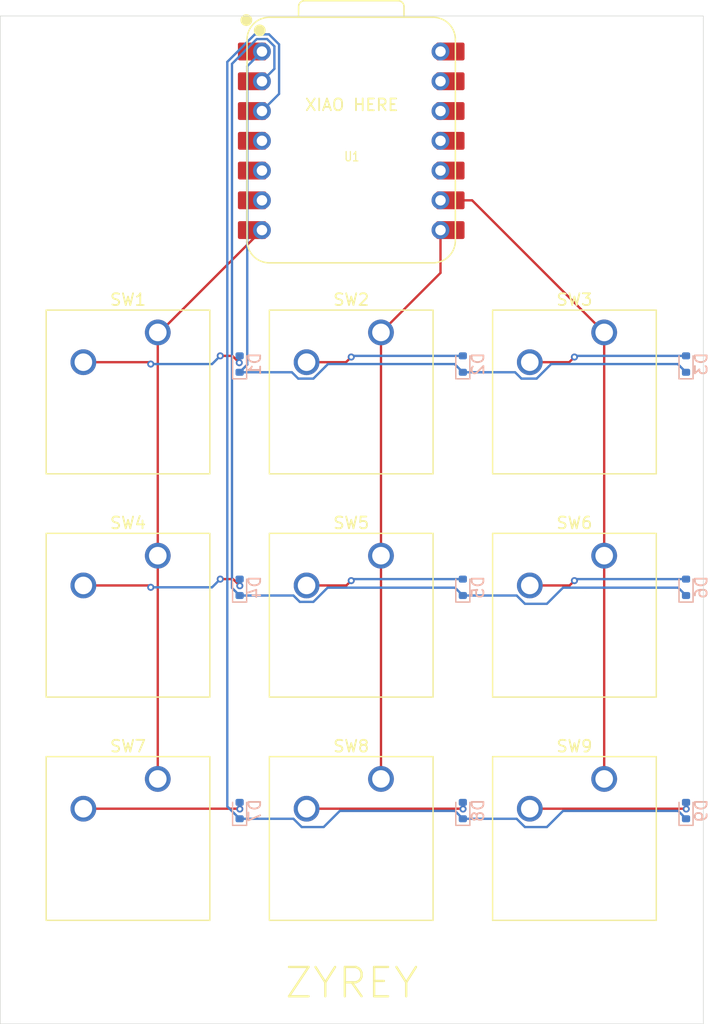
<source format=kicad_pcb>
(kicad_pcb (version 20241229) (generator "pcbnew") (generator_version "9.0")
  (layers (0 "F.Cu" signal) (2 "B.Cu" signal) (13 "F.Paste" user) (15 "B.Paste" user) (5 "F.SilkS" user "F.Silkscreen") (7 "B.SilkS" user "B.Silkscreen") (1 "F.Mask" user) (3 "B.Mask" user) (25 "Edge.Cuts" user))
  (net 0 "")
  (net 1 "Row0")
  (net 2 "Net-(D1-A)")
  (net 3 "Net-(D2-A)")
  (net 4 "Net-(D3-A)")
  (net 5 "Row1")
  (net 6 "Net-(D4-A)")
  (net 7 "Net-(D5-A)")
  (net 8 "Net-(D6-A)")
  (net 9 "Row2")
  (net 10 "Net-(D7-A)")
  (net 11 "Net-(D8-A)")
  (net 12 "Net-(D9-A)")
  (net 13 "Column0")
  (net 14 "Column1")
  (net 15 "Column2")
  (net 17 "+5V")
  (net 18 "GND")
  (footprint "Button_Switch_Keyboard:SW_Cherry_MX_1.00u_PCB" (layer "F.Cu") (at 173.99 92.55125)
    (property "Reference" "SW5" (at -2.54 -2.794 0) (layer "F.SilkS"))
    (property "Value" "SW_Push")
    (fp_line (start -9.525 -1.905) (end 4.445 -1.905) (stroke (width 0.12)) (layer "F.SilkS"))
    (fp_line (start -9.525 12.065) (end -9.525 -1.905) (stroke (width 0.12)) (layer "F.SilkS"))
    (fp_line (start 4.445 -1.905) (end 4.445 12.065) (stroke (width 0.12)) (layer "F.SilkS"))
    (fp_line (start 4.445 12.065) (end -9.525 12.065) (stroke (width 0.12)) (layer "F.SilkS"))
    (pad "" np_thru_hole circle (at -7.62 5.08) (size 1.7 1.7) (drill 1.7) (layers "*.Cu" "*.Mask"))
    (pad "" np_thru_hole circle (at -2.54 5.08) (size 4 4) (drill 4) (layers "*.Cu" "*.Mask"))
    (pad "" np_thru_hole circle (at 2.54 5.08) (size 1.7 1.7) (drill 1.7) (layers "*.Cu" "*.Mask"))
    (pad "1" thru_hole circle (at 0 0) (size 2.2 2.2) (drill 1.5) (layers "*.Cu" "*.Mask") (net 14 "Column1"))
    (pad "2" thru_hole circle (at -6.35 2.54) (size 2.2 2.2) (drill 1.5) (layers "*.Cu" "*.Mask") (net 7 "Net-(D5-A)"))
  )
  (footprint "Button_Switch_Keyboard:SW_Cherry_MX_1.00u_PCB" (layer "F.Cu") (at 193.04 111.60125)
    (property "Reference" "SW9" (at -2.54 -2.794 0) (layer "F.SilkS"))
    (property "Value" "SW_Push")
    (fp_line (start -9.525 -1.905) (end 4.445 -1.905) (stroke (width 0.12)) (layer "F.SilkS"))
    (fp_line (start -9.525 12.065) (end -9.525 -1.905) (stroke (width 0.12)) (layer "F.SilkS"))
    (fp_line (start 4.445 -1.905) (end 4.445 12.065) (stroke (width 0.12)) (layer "F.SilkS"))
    (fp_line (start 4.445 12.065) (end -9.525 12.065) (stroke (width 0.12)) (layer "F.SilkS"))
    (pad "" np_thru_hole circle (at -7.62 5.08) (size 1.7 1.7) (drill 1.7) (layers "*.Cu" "*.Mask"))
    (pad "" np_thru_hole circle (at -2.54 5.08) (size 4 4) (drill 4) (layers "*.Cu" "*.Mask"))
    (pad "" np_thru_hole circle (at 2.54 5.08) (size 1.7 1.7) (drill 1.7) (layers "*.Cu" "*.Mask"))
    (pad "1" thru_hole circle (at 0 0) (size 2.2 2.2) (drill 1.5) (layers "*.Cu" "*.Mask") (net 15 "Column2"))
    (pad "2" thru_hole circle (at -6.35 2.54) (size 2.2 2.2) (drill 1.5) (layers "*.Cu" "*.Mask") (net 12 "Net-(D9-A)"))
  )
  (footprint "Button_Switch_Keyboard:SW_Cherry_MX_1.00u_PCB" (layer "F.Cu") (at 154.94 111.60125)
    (property "Reference" "SW7" (at -2.54 -2.794 0) (layer "F.SilkS"))
    (property "Value" "SW_Push")
    (fp_line (start -9.525 -1.905) (end 4.445 -1.905) (stroke (width 0.12)) (layer "F.SilkS"))
    (fp_line (start -9.525 12.065) (end -9.525 -1.905) (stroke (width 0.12)) (layer "F.SilkS"))
    (fp_line (start 4.445 -1.905) (end 4.445 12.065) (stroke (width 0.12)) (layer "F.SilkS"))
    (fp_line (start 4.445 12.065) (end -9.525 12.065) (stroke (width 0.12)) (layer "F.SilkS"))
    (pad "" np_thru_hole circle (at -7.62 5.08) (size 1.7 1.7) (drill 1.7) (layers "*.Cu" "*.Mask"))
    (pad "" np_thru_hole circle (at -2.54 5.08) (size 4 4) (drill 4) (layers "*.Cu" "*.Mask"))
    (pad "" np_thru_hole circle (at 2.54 5.08) (size 1.7 1.7) (drill 1.7) (layers "*.Cu" "*.Mask"))
    (pad "1" thru_hole circle (at 0 0) (size 2.2 2.2) (drill 1.5) (layers "*.Cu" "*.Mask") (net 13 "Column0"))
    (pad "2" thru_hole circle (at -6.35 2.54) (size 2.2 2.2) (drill 1.5) (layers "*.Cu" "*.Mask") (net 10 "Net-(D7-A)"))
  )
  (footprint "Button_Switch_Keyboard:SW_Cherry_MX_1.00u_PCB" (layer "F.Cu") (at 173.99 111.60125)
    (property "Reference" "SW8" (at -2.54 -2.794 0) (layer "F.SilkS"))
    (property "Value" "SW_Push")
    (fp_line (start -9.525 -1.905) (end 4.445 -1.905) (stroke (width 0.12)) (layer "F.SilkS"))
    (fp_line (start -9.525 12.065) (end -9.525 -1.905) (stroke (width 0.12)) (layer "F.SilkS"))
    (fp_line (start 4.445 -1.905) (end 4.445 12.065) (stroke (width 0.12)) (layer "F.SilkS"))
    (fp_line (start 4.445 12.065) (end -9.525 12.065) (stroke (width 0.12)) (layer "F.SilkS"))
    (pad "" np_thru_hole circle (at -7.62 5.08) (size 1.7 1.7) (drill 1.7) (layers "*.Cu" "*.Mask"))
    (pad "" np_thru_hole circle (at -2.54 5.08) (size 4 4) (drill 4) (layers "*.Cu" "*.Mask"))
    (pad "" np_thru_hole circle (at 2.54 5.08) (size 1.7 1.7) (drill 1.7) (layers "*.Cu" "*.Mask"))
    (pad "1" thru_hole circle (at 0 0) (size 2.2 2.2) (drill 1.5) (layers "*.Cu" "*.Mask") (net 14 "Column1"))
    (pad "2" thru_hole circle (at -6.35 2.54) (size 2.2 2.2) (drill 1.5) (layers "*.Cu" "*.Mask") (net 11 "Net-(D8-A)"))
  )
  (footprint "Button_Switch_Keyboard:SW_Cherry_MX_1.00u_PCB" (layer "F.Cu") (at 173.99 73.50125)
    (property "Reference" "SW2" (at -2.54 -2.794 0) (layer "F.SilkS"))
    (property "Value" "SW_Push")
    (fp_line (start -9.525 -1.905) (end 4.445 -1.905) (stroke (width 0.12)) (layer "F.SilkS"))
    (fp_line (start -9.525 12.065) (end -9.525 -1.905) (stroke (width 0.12)) (layer "F.SilkS"))
    (fp_line (start 4.445 -1.905) (end 4.445 12.065) (stroke (width 0.12)) (layer "F.SilkS"))
    (fp_line (start 4.445 12.065) (end -9.525 12.065) (stroke (width 0.12)) (layer "F.SilkS"))
    (pad "" np_thru_hole circle (at -7.62 5.08) (size 1.7 1.7) (drill 1.7) (layers "*.Cu" "*.Mask"))
    (pad "" np_thru_hole circle (at -2.54 5.08) (size 4 4) (drill 4) (layers "*.Cu" "*.Mask"))
    (pad "" np_thru_hole circle (at 2.54 5.08) (size 1.7 1.7) (drill 1.7) (layers "*.Cu" "*.Mask"))
    (pad "1" thru_hole circle (at 0 0) (size 2.2 2.2) (drill 1.5) (layers "*.Cu" "*.Mask") (net 14 "Column1"))
    (pad "2" thru_hole circle (at -6.35 2.54) (size 2.2 2.2) (drill 1.5) (layers "*.Cu" "*.Mask") (net 3 "Net-(D2-A)"))
  )
  (footprint "Button_Switch_Keyboard:SW_Cherry_MX_1.00u_PCB" (layer "F.Cu") (at 154.94 73.50125)
    (property "Reference" "SW1" (at -2.54 -2.794 0) (layer "F.SilkS"))
    (property "Value" "SW_Push")
    (fp_line (start -9.525 -1.905) (end 4.445 -1.905) (stroke (width 0.12)) (layer "F.SilkS"))
    (fp_line (start -9.525 12.065) (end -9.525 -1.905) (stroke (width 0.12)) (layer "F.SilkS"))
    (fp_line (start 4.445 -1.905) (end 4.445 12.065) (stroke (width 0.12)) (layer "F.SilkS"))
    (fp_line (start 4.445 12.065) (end -9.525 12.065) (stroke (width 0.12)) (layer "F.SilkS"))
    (pad "" np_thru_hole circle (at -7.62 5.08) (size 1.7 1.7) (drill 1.7) (layers "*.Cu" "*.Mask"))
    (pad "" np_thru_hole circle (at -2.54 5.08) (size 4 4) (drill 4) (layers "*.Cu" "*.Mask"))
    (pad "" np_thru_hole circle (at 2.54 5.08) (size 1.7 1.7) (drill 1.7) (layers "*.Cu" "*.Mask"))
    (pad "1" thru_hole circle (at 0 0) (size 2.2 2.2) (drill 1.5) (layers "*.Cu" "*.Mask") (net 13 "Column0"))
    (pad "2" thru_hole circle (at -6.35 2.54) (size 2.2 2.2) (drill 1.5) (layers "*.Cu" "*.Mask") (net 2 "Net-(D1-A)"))
  )
  (footprint "Button_Switch_Keyboard:SW_Cherry_MX_1.00u_PCB" (layer "F.Cu") (at 193.04 73.50125)
    (property "Reference" "SW3" (at -2.54 -2.794 0) (layer "F.SilkS"))
    (property "Value" "SW_Push")
    (fp_line (start -9.525 -1.905) (end 4.445 -1.905) (stroke (width 0.12)) (layer "F.SilkS"))
    (fp_line (start -9.525 12.065) (end -9.525 -1.905) (stroke (width 0.12)) (layer "F.SilkS"))
    (fp_line (start 4.445 -1.905) (end 4.445 12.065) (stroke (width 0.12)) (layer "F.SilkS"))
    (fp_line (start 4.445 12.065) (end -9.525 12.065) (stroke (width 0.12)) (layer "F.SilkS"))
    (pad "" np_thru_hole circle (at -7.62 5.08) (size 1.7 1.7) (drill 1.7) (layers "*.Cu" "*.Mask"))
    (pad "" np_thru_hole circle (at -2.54 5.08) (size 4 4) (drill 4) (layers "*.Cu" "*.Mask"))
    (pad "" np_thru_hole circle (at 2.54 5.08) (size 1.7 1.7) (drill 1.7) (layers "*.Cu" "*.Mask"))
    (pad "1" thru_hole circle (at 0 0) (size 2.2 2.2) (drill 1.5) (layers "*.Cu" "*.Mask") (net 15 "Column2"))
    (pad "2" thru_hole circle (at -6.35 2.54) (size 2.2 2.2) (drill 1.5) (layers "*.Cu" "*.Mask") (net 4 "Net-(D3-A)"))
  )
  (footprint "OPL:XIAO-RP2040-DIP" (layer "F.Cu") (at 171.45 57.15)
    (property "Reference" "U1" (at 0.05 1.35 0) (layer "F.SilkS") (effects (font (size 0.8 0.635) (thickness 0.1016))))
    (property "Value" "XIAO-RP2040-DIP")
    (fp_line (start -8.89 8.509) (end -8.89 -8.636) (stroke (width 0.127)) (layer "F.SilkS"))
    (fp_line (start -6.985 10.414) (end 6.985 10.414) (stroke (width 0.127)) (layer "F.SilkS"))
    (fp_line (start -4.495 -10.541) (end -4.491272 -11.451272) (stroke (width 0.127)) (layer "F.SilkS"))
    (fp_line (start -3.991272 -11.951) (end 4.004 -11.951) (stroke (width 0.127)) (layer "F.SilkS"))
    (fp_line (start 4.504 -11.451) (end 4.504 -10.541) (stroke (width 0.127)) (layer "F.SilkS"))
    (fp_line (start 6.985 -10.541) (end -6.985 -10.541) (stroke (width 0.1)) (layer "F.SilkS"))
    (fp_line (start 6.985 -10.541) (end -6.985 -10.541) (stroke (width 0.127)) (layer "F.SilkS"))
    (fp_line (start 8.89 8.509) (end 8.89 -8.636) (stroke (width 0.127)) (layer "F.SilkS"))
    (fp_arc (start -8.89 -8.636) (mid -8.332038 -9.983038) (end -6.985 -10.541) (stroke (width 0.127)) (layer "F.SilkS"))
    (fp_arc (start -6.985 10.414) (mid -8.332038 9.856038) (end -8.89 8.509) (stroke (width 0.127)) (layer "F.SilkS"))
    (fp_arc (start -4.491272 -11.451272) (mid -4.344728 -11.80464) (end -3.991272 -11.951) (stroke (width 0.127)) (layer "F.SilkS"))
    (fp_arc (start 4.004 -11.951) (mid 4.357553 -11.804553) (end 4.504 -11.451) (stroke (width 0.127)) (layer "F.SilkS"))
    (fp_arc (start 6.985 -10.541) (mid 8.332038 -9.983038) (end 8.89 -8.636) (stroke (width 0.127)) (layer "F.SilkS"))
    (fp_arc (start 8.89 8.509) (mid 8.332038 9.856038) (end 6.985 10.414) (stroke (width 0.127)) (layer "F.SilkS"))
    (fp_circle (center -8.95 -10.3) (end -8.95 -10.554) (stroke (width 0.5)) (fill yes) (layer "F.SilkS"))
    (fp_circle (center -7.807 -9.42) (end -7.807 -9.674) (stroke (width 0.5)) (fill yes) (layer "F.SilkS"))
    (pad "1" smd roundrect (at -8.455 -7.62 180) (size 2.432 1.524) (layers "F.Cu" "F.Mask") (roundrect_rratio 0.1) (net 1 "Row0"))
    (pad "1" thru_hole circle (at -7.62 -7.62 180) (size 1.524 1.524) (drill 0.889) (layers "*.Cu" "*.Mask") (net 1 "Row0"))
    (pad "2" smd roundrect (at -8.455 -5.08 180) (size 2.432 1.524) (layers "F.Cu" "F.Mask") (roundrect_rratio 0.1) (net 5 "Row1"))
    (pad "2" thru_hole circle (at -7.62 -5.08 180) (size 1.524 1.524) (drill 0.889) (layers "*.Cu" "*.Mask") (net 5 "Row1"))
    (pad "3" smd roundrect (at -8.455 -2.54 180) (size 2.432 1.524) (layers "F.Cu" "F.Mask") (roundrect_rratio 0.1) (net 9 "Row2"))
    (pad "3" thru_hole circle (at -7.62 -2.54 180) (size 1.524 1.524) (drill 0.889) (layers "*.Cu" "*.Mask") (net 9 "Row2"))
    (pad "4" smd roundrect (at -8.455 0 180) (size 2.432 1.524) (layers "F.Cu" "F.Mask") (roundrect_rratio 0.1))
    (pad "4" thru_hole circle (at -7.62 0 180) (size 1.524 1.524) (drill 0.889) (layers "*.Cu" "*.Mask"))
    (pad "5" smd roundrect (at -8.455 2.54 180) (size 2.432 1.524) (layers "F.Cu" "F.Mask") (roundrect_rratio 0.1))
    (pad "5" thru_hole circle (at -7.62 2.54 180) (size 1.524 1.524) (drill 0.889) (layers "*.Cu" "*.Mask"))
    (pad "6" smd roundrect (at -8.455 5.08 180) (size 2.432 1.524) (layers "F.Cu" "F.Mask") (roundrect_rratio 0.1))
    (pad "6" thru_hole circle (at -7.62 5.08 180) (size 1.524 1.524) (drill 0.889) (layers "*.Cu" "*.Mask"))
    (pad "7" smd roundrect (at -8.455 7.62 180) (size 2.432 1.524) (layers "F.Cu" "F.Mask") (roundrect_rratio 0.1) (net 13 "Column0"))
    (pad "7" thru_hole circle (at -7.62 7.62 180) (size 1.524 1.524) (drill 0.889) (layers "*.Cu" "*.Mask") (net 13 "Column0"))
    (pad "8" thru_hole circle (at 7.62 7.62) (size 1.524 1.524) (drill 0.889) (layers "*.Cu" "*.Mask") (net 14 "Column1"))
    (pad "8" smd roundrect (at 8.455 7.62) (size 2.432 1.524) (layers "F.Cu" "F.Mask") (roundrect_rratio 0.1) (net 14 "Column1"))
    (pad "9" thru_hole circle (at 7.62 5.08) (size 1.524 1.524) (drill 0.889) (layers "*.Cu" "*.Mask") (net 15 "Column2"))
    (pad "9" smd roundrect (at 8.455 5.08) (size 2.432 1.524) (layers "F.Cu" "F.Mask") (roundrect_rratio 0.1) (net 15 "Column2"))
    (pad "10" thru_hole circle (at 7.62 2.54) (size 1.524 1.524) (drill 0.889) (layers "*.Cu" "*.Mask"))
    (pad "10" smd roundrect (at 8.455 2.54) (size 2.432 1.524) (layers "F.Cu" "F.Mask") (roundrect_rratio 0.1))
    (pad "11" thru_hole circle (at 7.62 0) (size 1.524 1.524) (drill 0.889) (layers "*.Cu" "*.Mask"))
    (pad "11" smd roundrect (at 8.455 0) (size 2.432 1.524) (layers "F.Cu" "F.Mask") (roundrect_rratio 0.1))
    (pad "12" thru_hole circle (at 7.62 -2.54) (size 1.524 1.524) (drill 0.889) (layers "*.Cu" "*.Mask"))
    (pad "12" smd roundrect (at 8.455 -2.54) (size 2.432 1.524) (layers "F.Cu" "F.Mask") (roundrect_rratio 0.1))
    (pad "13" thru_hole circle (at 7.62 -5.08) (size 1.524 1.524) (drill 0.889) (layers "*.Cu" "*.Mask") (net 18 "GND"))
    (pad "13" smd roundrect (at 8.455 -5.08) (size 2.432 1.524) (layers "F.Cu" "F.Mask") (roundrect_rratio 0.1) (net 18 "GND"))
    (pad "14" thru_hole circle (at 7.62 -7.62) (size 1.524 1.524) (drill 0.889) (layers "*.Cu" "*.Mask") (net 17 "+5V"))
    (pad "14" smd roundrect (at 8.455 -7.62) (size 2.432 1.524) (layers "F.Cu" "F.Mask") (roundrect_rratio 0.1) (net 17 "+5V"))
  )
  (footprint "Button_Switch_Keyboard:SW_Cherry_MX_1.00u_PCB" (layer "F.Cu") (at 193.04 92.55125)
    (property "Reference" "SW6" (at -2.54 -2.794 0) (layer "F.SilkS"))
    (property "Value" "SW_Push")
    (fp_line (start -9.525 -1.905) (end 4.445 -1.905) (stroke (width 0.12)) (layer "F.SilkS"))
    (fp_line (start -9.525 12.065) (end -9.525 -1.905) (stroke (width 0.12)) (layer "F.SilkS"))
    (fp_line (start 4.445 -1.905) (end 4.445 12.065) (stroke (width 0.12)) (layer "F.SilkS"))
    (fp_line (start 4.445 12.065) (end -9.525 12.065) (stroke (width 0.12)) (layer "F.SilkS"))
    (pad "" np_thru_hole circle (at -7.62 5.08) (size 1.7 1.7) (drill 1.7) (layers "*.Cu" "*.Mask"))
    (pad "" np_thru_hole circle (at -2.54 5.08) (size 4 4) (drill 4) (layers "*.Cu" "*.Mask"))
    (pad "" np_thru_hole circle (at 2.54 5.08) (size 1.7 1.7) (drill 1.7) (layers "*.Cu" "*.Mask"))
    (pad "1" thru_hole circle (at 0 0) (size 2.2 2.2) (drill 1.5) (layers "*.Cu" "*.Mask") (net 15 "Column2"))
    (pad "2" thru_hole circle (at -6.35 2.54) (size 2.2 2.2) (drill 1.5) (layers "*.Cu" "*.Mask") (net 8 "Net-(D6-A)"))
  )
  (footprint "Button_Switch_Keyboard:SW_Cherry_MX_1.00u_PCB" (layer "F.Cu") (at 154.94 92.55125)
    (property "Reference" "SW4" (at -2.54 -2.794 0) (layer "F.SilkS"))
    (property "Value" "SW_Push")
    (fp_line (start -9.525 -1.905) (end 4.445 -1.905) (stroke (width 0.12)) (layer "F.SilkS"))
    (fp_line (start -9.525 12.065) (end -9.525 -1.905) (stroke (width 0.12)) (layer "F.SilkS"))
    (fp_line (start 4.445 -1.905) (end 4.445 12.065) (stroke (width 0.12)) (layer "F.SilkS"))
    (fp_line (start 4.445 12.065) (end -9.525 12.065) (stroke (width 0.12)) (layer "F.SilkS"))
    (pad "" np_thru_hole circle (at -7.62 5.08) (size 1.7 1.7) (drill 1.7) (layers "*.Cu" "*.Mask"))
    (pad "" np_thru_hole circle (at -2.54 5.08) (size 4 4) (drill 4) (layers "*.Cu" "*.Mask"))
    (pad "" np_thru_hole circle (at 2.54 5.08) (size 1.7 1.7) (drill 1.7) (layers "*.Cu" "*.Mask"))
    (pad "1" thru_hole circle (at 0 0) (size 2.2 2.2) (drill 1.5) (layers "*.Cu" "*.Mask") (net 13 "Column0"))
    (pad "2" thru_hole circle (at -6.35 2.54) (size 2.2 2.2) (drill 1.5) (layers "*.Cu" "*.Mask") (net 6 "Net-(D4-A)"))
  )
  (footprint "Diode_SMD:D_SOD-523" (layer "B.Cu") (at 200.025 95.25 90)
    (property "Reference" "D6" (at 0 1.3 90) (layer "B.SilkS") (effects (justify mirror)))
    (property "Value" "1N4148WT")
    (fp_line (start 0.7 -0.6) (end -1.26 -0.6) (stroke (width 0.12)) (layer "B.SilkS"))
    (fp_line (start 0.7 0.6) (end -1.26 0.6) (stroke (width 0.12)) (layer "B.SilkS"))
    (fp_line (start -1.26 0.6) (end -1.26 -0.6) (stroke (width 0.12)) (layer "B.SilkS"))
    (pad "1" smd roundrect (at -0.7 0 270) (size 0.6 0.7) (layers "B.Cu" "B.Mask" "B.Paste") (net 5 "Row1"))
    (pad "2" smd roundrect (at 0.7 0 270) (size 0.6 0.7) (layers "B.Cu" "B.Mask" "B.Paste") (net 8 "Net-(D6-A)"))
  )
  (footprint "Diode_SMD:D_SOD-523" (layer "B.Cu") (at 161.925 95.25 90)
    (property "Reference" "D4" (at 0 1.3 90) (layer "B.SilkS") (effects (justify mirror)))
    (property "Value" "1N4148WT")
    (fp_line (start 0.7 -0.6) (end -1.26 -0.6) (stroke (width 0.12)) (layer "B.SilkS"))
    (fp_line (start 0.7 0.6) (end -1.26 0.6) (stroke (width 0.12)) (layer "B.SilkS"))
    (fp_line (start -1.26 0.6) (end -1.26 -0.6) (stroke (width 0.12)) (layer "B.SilkS"))
    (pad "1" smd roundrect (at -0.7 0 270) (size 0.6 0.7) (layers "B.Cu" "B.Mask" "B.Paste") (net 5 "Row1"))
    (pad "2" smd roundrect (at 0.7 0 270) (size 0.6 0.7) (layers "B.Cu" "B.Mask" "B.Paste") (net 6 "Net-(D4-A)"))
  )
  (footprint "Diode_SMD:D_SOD-523" (layer "B.Cu") (at 161.925 76.2 90)
    (property "Reference" "D1" (at 0 1.3 90) (layer "B.SilkS") (effects (justify mirror)))
    (property "Value" "1N4148WT")
    (fp_line (start 0.7 -0.6) (end -1.26 -0.6) (stroke (width 0.12)) (layer "B.SilkS"))
    (fp_line (start 0.7 0.6) (end -1.26 0.6) (stroke (width 0.12)) (layer "B.SilkS"))
    (fp_line (start -1.26 0.6) (end -1.26 -0.6) (stroke (width 0.12)) (layer "B.SilkS"))
    (pad "1" smd roundrect (at -0.7 0 270) (size 0.6 0.7) (layers "B.Cu" "B.Mask" "B.Paste") (net 1 "Row0"))
    (pad "2" smd roundrect (at 0.7 0 270) (size 0.6 0.7) (layers "B.Cu" "B.Mask" "B.Paste") (net 2 "Net-(D1-A)"))
  )
  (footprint "Diode_SMD:D_SOD-523" (layer "B.Cu") (at 180.975 114.3 90)
    (property "Reference" "D8" (at 0 1.3 90) (layer "B.SilkS") (effects (justify mirror)))
    (property "Value" "1N4148WT")
    (fp_line (start 0.7 -0.6) (end -1.26 -0.6) (stroke (width 0.12)) (layer "B.SilkS"))
    (fp_line (start 0.7 0.6) (end -1.26 0.6) (stroke (width 0.12)) (layer "B.SilkS"))
    (fp_line (start -1.26 0.6) (end -1.26 -0.6) (stroke (width 0.12)) (layer "B.SilkS"))
    (pad "1" smd roundrect (at -0.7 0 270) (size 0.6 0.7) (layers "B.Cu" "B.Mask" "B.Paste") (net 9 "Row2"))
    (pad "2" smd roundrect (at 0.7 0 270) (size 0.6 0.7) (layers "B.Cu" "B.Mask" "B.Paste") (net 11 "Net-(D8-A)"))
  )
  (footprint "Diode_SMD:D_SOD-523" (layer "B.Cu") (at 161.925 114.3 90)
    (property "Reference" "D7" (at 0 1.3 90) (layer "B.SilkS") (effects (justify mirror)))
    (property "Value" "1N4148WT")
    (fp_line (start 0.7 -0.6) (end -1.26 -0.6) (stroke (width 0.12)) (layer "B.SilkS"))
    (fp_line (start 0.7 0.6) (end -1.26 0.6) (stroke (width 0.12)) (layer "B.SilkS"))
    (fp_line (start -1.26 0.6) (end -1.26 -0.6) (stroke (width 0.12)) (layer "B.SilkS"))
    (pad "1" smd roundrect (at -0.7 0 270) (size 0.6 0.7) (layers "B.Cu" "B.Mask" "B.Paste") (net 9 "Row2"))
    (pad "2" smd roundrect (at 0.7 0 270) (size 0.6 0.7) (layers "B.Cu" "B.Mask" "B.Paste") (net 10 "Net-(D7-A)"))
  )
  (footprint "Diode_SMD:D_SOD-523" (layer "B.Cu") (at 200.025 76.2 90)
    (property "Reference" "D3" (at 0 1.3 90) (layer "B.SilkS") (effects (justify mirror)))
    (property "Value" "1N4148WT")
    (fp_line (start 0.7 -0.6) (end -1.26 -0.6) (stroke (width 0.12)) (layer "B.SilkS"))
    (fp_line (start 0.7 0.6) (end -1.26 0.6) (stroke (width 0.12)) (layer "B.SilkS"))
    (fp_line (start -1.26 0.6) (end -1.26 -0.6) (stroke (width 0.12)) (layer "B.SilkS"))
    (pad "1" smd roundrect (at -0.7 0 270) (size 0.6 0.7) (layers "B.Cu" "B.Mask" "B.Paste") (net 1 "Row0"))
    (pad "2" smd roundrect (at 0.7 0 270) (size 0.6 0.7) (layers "B.Cu" "B.Mask" "B.Paste") (net 4 "Net-(D3-A)"))
  )
  (footprint "Diode_SMD:D_SOD-523" (layer "B.Cu") (at 180.975 76.2 90)
    (property "Reference" "D2" (at 0 1.3 90) (layer "B.SilkS") (effects (justify mirror)))
    (property "Value" "1N4148WT")
    (fp_line (start 0.7 -0.6) (end -1.26 -0.6) (stroke (width 0.12)) (layer "B.SilkS"))
    (fp_line (start 0.7 0.6) (end -1.26 0.6) (stroke (width 0.12)) (layer "B.SilkS"))
    (fp_line (start -1.26 0.6) (end -1.26 -0.6) (stroke (width 0.12)) (layer "B.SilkS"))
    (pad "1" smd roundrect (at -0.7 0 270) (size 0.6 0.7) (layers "B.Cu" "B.Mask" "B.Paste") (net 1 "Row0"))
    (pad "2" smd roundrect (at 0.7 0 270) (size 0.6 0.7) (layers "B.Cu" "B.Mask" "B.Paste") (net 3 "Net-(D2-A)"))
  )
  (footprint "Diode_SMD:D_SOD-523" (layer "B.Cu") (at 180.975 95.25 90)
    (property "Reference" "D5" (at 0 1.3 90) (layer "B.SilkS") (effects (justify mirror)))
    (property "Value" "1N4148WT")
    (fp_line (start 0.7 -0.6) (end -1.26 -0.6) (stroke (width 0.12)) (layer "B.SilkS"))
    (fp_line (start 0.7 0.6) (end -1.26 0.6) (stroke (width 0.12)) (layer "B.SilkS"))
    (fp_line (start -1.26 0.6) (end -1.26 -0.6) (stroke (width 0.12)) (layer "B.SilkS"))
    (pad "1" smd roundrect (at -0.7 0 270) (size 0.6 0.7) (layers "B.Cu" "B.Mask" "B.Paste") (net 5 "Row1"))
    (pad "2" smd roundrect (at 0.7 0 270) (size 0.6 0.7) (layers "B.Cu" "B.Mask" "B.Paste") (net 7 "Net-(D5-A)"))
  )
  (footprint "Diode_SMD:D_SOD-523" (layer "B.Cu") (at 200.025 114.3 90)
    (property "Reference" "D9" (at 0 1.3 90) (layer "B.SilkS") (effects (justify mirror)))
    (property "Value" "1N4148WT")
    (fp_line (start 0.7 -0.6) (end -1.26 -0.6) (stroke (width 0.12)) (layer "B.SilkS"))
    (fp_line (start 0.7 0.6) (end -1.26 0.6) (stroke (width 0.12)) (layer "B.SilkS"))
    (fp_line (start -1.26 0.6) (end -1.26 -0.6) (stroke (width 0.12)) (layer "B.SilkS"))
    (pad "1" smd roundrect (at -0.7 0 270) (size 0.6 0.7) (layers "B.Cu" "B.Mask" "B.Paste") (net 9 "Row2"))
    (pad "2" smd roundrect (at 0.7 0 270) (size 0.6 0.7) (layers "B.Cu" "B.Mask" "B.Paste") (net 12 "Net-(D9-A)"))
  )
  (gr_rect (start 141.5 46.5) (end 201.5 132.5) (stroke (width 0.05)) (fill no) (layer "Edge.Cuts"))
  (gr_text "XIAO HERE" (at 171.5 53.5 0) (layer "F.SilkS") (effects (font (size 1 1)) (justify top)))
  (gr_text "ZYREY" (at 171.5 129 0) (layer "F.SilkS") (effects (font (size 2.5 2.5) (thickness 0.2) (bold yes))))
  (segment (start 162.576 76.249) (end 161.925 76.9) (width 0.2) (layer "B.Cu") (net 1))
  (segment (start 180.975 76.9) (end 185.43722 76.9) (width 0.2) (layer "B.Cu") (net 1))
  (segment (start 162.576 50.784) (end 162.576 76.249) (width 0.2) (layer "B.Cu") (net 1))
  (segment (start 168.220314 77.44225) (end 169.462564 76.2) (width 0.2) (layer "B.Cu") (net 1))
  (segment (start 180.275 76.2) (end 180.975 76.9) (width 0.2) (layer "B.Cu") (net 1))
  (segment (start 185.97947 77.44225) (end 187.270314 77.44225) (width 0.2) (layer "B.Cu") (net 1))
  (segment (start 199.325 76.2) (end 200.025 76.9) (width 0.2) (layer "B.Cu") (net 1))
  (segment (start 169.462564 76.2) (end 180.275 76.2) (width 0.2) (layer "B.Cu") (net 1))
  (segment (start 166.38722 76.9) (end 166.92947 77.44225) (width 0.2) (layer "B.Cu") (net 1))
  (segment (start 163.83 49.53) (end 162.576 50.784) (width 0.2) (layer "B.Cu") (net 1))
  (segment (start 187.270314 77.44225) (end 188.512564 76.2) (width 0.2) (layer "B.Cu") (net 1))
  (segment (start 166.92947 77.44225) (end 168.220314 77.44225) (width 0.2) (layer "B.Cu") (net 1))
  (segment (start 185.43722 76.9) (end 185.97947 77.44225) (width 0.2) (layer "B.Cu") (net 1))
  (segment (start 161.925 76.9) (end 166.38722 76.9) (width 0.2) (layer "B.Cu") (net 1))
  (segment (start 188.512564 76.2) (end 199.325 76.2) (width 0.2) (layer "B.Cu") (net 1))
  (segment (start 160.273 75.5) (end 161.310891 75.5) (width 0.2) (layer "F.Cu") (net 2))
  (segment (start 161.310891 75.5) (end 161.893681 76.08279) (width 0.2) (layer "F.Cu") (net 2))
  (segment (start 148.59 76.04125) (end 154.18125 76.04125) (width 0.2) (layer "F.Cu") (net 2))
  (segment (start 154.18125 76.04125) (end 154.34 76.2) (width 0.2) (layer "F.Cu") (net 2))
  (via (at 154.34 76.2) (size 0.6) (drill 0.3) (layers "F.Cu" "B.Cu") (net 2))
  (via (at 161.893681 76.08279) (size 0.6) (drill 0.3) (layers "F.Cu" "B.Cu") (net 2))
  (via (at 160.273 75.5) (size 0.6) (drill 0.3) (layers "F.Cu" "B.Cu") (net 2))
  (segment (start 161.893681 76.08279) (end 161.893681 75.531319) (width 0.2) (layer "B.Cu") (net 2))
  (segment (start 161.893681 75.531319) (end 161.925 75.5) (width 0.2) (layer "B.Cu") (net 2))
  (segment (start 154.34 76.2) (end 159.573 76.2) (width 0.2) (layer "B.Cu") (net 2))
  (segment (start 159.573 76.2) (end 160.273 75.5) (width 0.2) (layer "B.Cu") (net 2))
  (segment (start 167.64 76.04125) (end 171.00875 76.04125) (width 0.2) (layer "F.Cu") (net 3))
  (segment (start 171.00875 76.04125) (end 171.45 75.6) (width 0.2) (layer "F.Cu") (net 3))
  (via (at 171.45 75.6) (size 0.6) (drill 0.3) (layers "F.Cu" "B.Cu") (net 3))
  (segment (start 171.45 75.6) (end 171.55 75.5) (width 0.2) (layer "B.Cu") (net 3))
  (segment (start 171.55 75.5) (end 180.975 75.5) (width 0.2) (layer "B.Cu") (net 3))
  (segment (start 190.05875 76.04125) (end 190.5 75.6) (width 0.2) (layer "F.Cu") (net 4))
  (segment (start 186.69 76.04125) (end 190.05875 76.04125) (width 0.2) (layer "F.Cu") (net 4))
  (via (at 190.5 75.6) (size 0.6) (drill 0.3) (layers "F.Cu" "B.Cu") (net 4))
  (segment (start 190.5 75.6) (end 190.6 75.5) (width 0.2) (layer "B.Cu") (net 4))
  (segment (start 190.6 75.5) (end 200.025 75.5) (width 0.2) (layer "B.Cu") (net 4))
  (segment (start 189.526184 95.28025) (end 199.35525 95.28025) (width 0.2) (layer "B.Cu") (net 5))
  (segment (start 164.893 49.08969) (end 164.27031 48.467) (width 0.2) (layer "B.Cu") (net 5))
  (segment (start 161.274 95.299) (end 161.925 95.95) (width 0.2) (layer "B.Cu") (net 5))
  (segment (start 161.925 95.95) (end 166.517436 95.95) (width 0.2) (layer "B.Cu") (net 5))
  (segment (start 167.059686 96.49225) (end 168.220314 96.49225) (width 0.2) (layer "B.Cu") (net 5))
  (segment (start 188.149 96.657434) (end 189.526184 95.28025) (width 0.2) (layer "B.Cu") (net 5))
  (segment (start 180.975 95.95) (end 185.567436 95.95) (width 0.2) (layer "B.Cu") (net 5))
  (segment (start 169.432314 95.28025) (end 180.30525 95.28025) (width 0.2) (layer "B.Cu") (net 5))
  (segment (start 164.27031 48.467) (end 163.38969 48.467) (width 0.2) (layer "B.Cu") (net 5))
  (segment (start 163.38969 48.467) (end 161.274 50.58269) (width 0.2) (layer "B.Cu") (net 5))
  (segment (start 166.517436 95.95) (end 167.059686 96.49225) (width 0.2) (layer "B.Cu") (net 5))
  (segment (start 185.567436 95.95) (end 186.27487 96.657434) (width 0.2) (layer "B.Cu") (net 5))
  (segment (start 161.274 50.58269) (end 161.274 95.299) (width 0.2) (layer "B.Cu") (net 5))
  (segment (start 164.893 51.007) (end 164.893 49.08969) (width 0.2) (layer "B.Cu") (net 5))
  (segment (start 180.30525 95.28025) (end 180.975 95.95) (width 0.2) (layer "B.Cu") (net 5))
  (segment (start 199.35525 95.28025) (end 200.025 95.95) (width 0.2) (layer "B.Cu") (net 5))
  (segment (start 163.83 52.07) (end 164.893 51.007) (width 0.2) (layer "B.Cu") (net 5))
  (segment (start 186.27487 96.657434) (end 188.149 96.657434) (width 0.2) (layer "B.Cu") (net 5))
  (segment (start 168.220314 96.49225) (end 169.432314 95.28025) (width 0.2) (layer "B.Cu") (net 5))
  (segment (start 154.18125 95.09125) (end 154.34 95.25) (width 0.2) (layer "F.Cu") (net 6))
  (segment (start 160.273 94.55) (end 161.373529 94.55) (width 0.2) (layer "F.Cu") (net 6))
  (segment (start 148.59 95.09125) (end 154.18125 95.09125) (width 0.2) (layer "F.Cu") (net 6))
  (segment (start 161.373529 94.55) (end 161.94221 95.118681) (width 0.2) (layer "F.Cu") (net 6))
  (via (at 160.273 94.55) (size 0.6) (drill 0.3) (layers "F.Cu" "B.Cu") (net 6))
  (via (at 161.94221 95.118681) (size 0.6) (drill 0.3) (layers "F.Cu" "B.Cu") (net 6))
  (via (at 154.34 95.25) (size 0.6) (drill 0.3) (layers "F.Cu" "B.Cu") (net 6))
  (segment (start 161.94221 95.118681) (end 161.94221 94.56721) (width 0.2) (layer "B.Cu") (net 6))
  (segment (start 159.573 95.25) (end 160.273 94.55) (width 0.2) (layer "B.Cu") (net 6))
  (segment (start 154.34 95.25) (end 159.573 95.25) (width 0.2) (layer "B.Cu") (net 6))
  (segment (start 161.94221 94.56721) (end 161.925 94.55) (width 0.2) (layer "B.Cu") (net 6))
  (segment (start 171.039 95.09125) (end 171.45 94.68025) (width 0.2) (layer "F.Cu") (net 7))
  (segment (start 167.64 95.09125) (end 171.039 95.09125) (width 0.2) (layer "F.Cu") (net 7))
  (via (at 171.45 94.68025) (size 0.6) (drill 0.3) (layers "F.Cu" "B.Cu") (net 7))
  (segment (start 171.58025 94.55) (end 180.975 94.55) (width 0.2) (layer "B.Cu") (net 7))
  (segment (start 171.45 94.68025) (end 171.58025 94.55) (width 0.2) (layer "B.Cu") (net 7))
  (segment (start 190.089 95.09125) (end 190.5 94.68025) (width 0.2) (layer "F.Cu") (net 8))
  (segment (start 186.69 95.09125) (end 190.089 95.09125) (width 0.2) (layer "F.Cu") (net 8))
  (via (at 190.5 94.68025) (size 0.6) (drill 0.3) (layers "F.Cu" "B.Cu") (net 8))
  (segment (start 190.63025 94.55) (end 200.025 94.55) (width 0.2) (layer "B.Cu") (net 8))
  (segment (start 190.5 94.68025) (end 190.63025 94.55) (width 0.2) (layer "B.Cu") (net 8))
  (segment (start 165.294 53.146) (end 165.294 48.92359) (width 0.2) (layer "B.Cu") (net 9))
  (segment (start 169.099 115.707434) (end 170.476184 114.33025) (width 0.2) (layer "B.Cu") (net 9))
  (segment (start 180.30525 114.33025) (end 180.975 115) (width 0.2) (layer "B.Cu") (net 9))
  (segment (start 170.476184 114.33025) (end 180.30525 114.33025) (width 0.2) (layer "B.Cu") (net 9))
  (segment (start 186.27487 115.707434) (end 188.149 115.707434) (width 0.2) (layer "B.Cu") (net 9))
  (segment (start 188.149 115.707434) (end 189.526184 114.33025) (width 0.2) (layer "B.Cu") (net 9))
  (segment (start 160.873 50.41659) (end 160.873 113.948) (width 0.2) (layer "B.Cu") (net 9))
  (segment (start 199.35525 114.33025) (end 200.025 115) (width 0.2) (layer "B.Cu") (net 9))
  (segment (start 160.873 113.948) (end 161.925 115) (width 0.2) (layer "B.Cu") (net 9))
  (segment (start 166.517436 115) (end 167.22487 115.707434) (width 0.2) (layer "B.Cu") (net 9))
  (segment (start 180.975 115) (end 185.567436 115) (width 0.2) (layer "B.Cu") (net 9))
  (segment (start 185.567436 115) (end 186.27487 115.707434) (width 0.2) (layer "B.Cu") (net 9))
  (segment (start 165.294 48.92359) (end 164.43641 48.066) (width 0.2) (layer "B.Cu") (net 9))
  (segment (start 167.22487 115.707434) (end 169.099 115.707434) (width 0.2) (layer "B.Cu") (net 9))
  (segment (start 163.83 54.61) (end 165.294 53.146) (width 0.2) (layer "B.Cu") (net 9))
  (segment (start 189.526184 114.33025) (end 199.35525 114.33025) (width 0.2) (layer "B.Cu") (net 9))
  (segment (start 164.43641 48.066) (end 163.22359 48.066) (width 0.2) (layer "B.Cu") (net 9))
  (segment (start 163.22359 48.066) (end 160.873 50.41659) (width 0.2) (layer "B.Cu") (net 9))
  (segment (start 161.925 115) (end 166.517436 115) (width 0.2) (layer "B.Cu") (net 9))
  (segment (start 148.59 114.14125) (end 161.914779 114.14125) (width 0.2) (layer "F.Cu") (net 10))
  (segment (start 161.914779 114.14125) (end 161.94221 114.168681) (width 0.2) (layer "F.Cu") (net 10))
  (via (at 161.94221 114.168681) (size 0.6) (drill 0.3) (layers "F.Cu" "B.Cu") (net 10))
  (segment (start 161.94221 114.168681) (end 161.94221 113.61721) (width 0.2) (layer "B.Cu") (net 10))
  (segment (start 161.94221 113.61721) (end 161.925 113.6) (width 0.2) (layer "B.Cu") (net 10))
  (segment (start 180.964779 114.14125) (end 180.99221 114.168681) (width 0.2) (layer "F.Cu") (net 11))
  (segment (start 167.64 114.14125) (end 180.964779 114.14125) (width 0.2) (layer "F.Cu") (net 11))
  (via (at 180.99221 114.168681) (size 0.6) (drill 0.3) (layers "F.Cu" "B.Cu") (net 11))
  (segment (start 180.99221 113.61721) (end 180.975 113.6) (width 0.2) (layer "B.Cu") (net 11))
  (segment (start 180.99221 114.168681) (end 180.99221 113.61721) (width 0.2) (layer "B.Cu") (net 11))
  (segment (start 186.69 114.14125) (end 200.014779 114.14125) (width 0.2) (layer "F.Cu") (net 12))
  (segment (start 200.014779 114.14125) (end 200.04221 114.168681) (width 0.2) (layer "F.Cu") (net 12))
  (via (at 200.04221 114.168681) (size 0.6) (drill 0.3) (layers "F.Cu" "B.Cu") (net 12))
  (segment (start 200.04221 113.61721) (end 200.025 113.6) (width 0.2) (layer "B.Cu") (net 12))
  (segment (start 200.04221 114.168681) (end 200.04221 113.61721) (width 0.2) (layer "B.Cu") (net 12))
  (segment (start 154.94 73.50125) (end 154.94 92.55125) (width 0.2) (layer "F.Cu") (net 13))
  (segment (start 163.83 64.77) (end 155.09875 73.50125) (width 0.2) (layer "F.Cu") (net 13))
  (segment (start 155.09875 73.50125) (end 154.94 73.50125) (width 0.2) (layer "F.Cu") (net 13))
  (segment (start 154.94 92.55125) (end 154.94 111.60125) (width 0.2) (layer "F.Cu") (net 13))
  (segment (start 179.07 68.42125) (end 173.99 73.50125) (width 0.2) (layer "F.Cu") (net 14))
  (segment (start 173.99 73.50125) (end 173.99 92.55125) (width 0.2) (layer "F.Cu") (net 14))
  (segment (start 179.07 64.77) (end 179.07 68.42125) (width 0.2) (layer "F.Cu") (net 14))
  (segment (start 173.99 92.55125) (end 173.99 111.60125) (width 0.2) (layer "F.Cu") (net 14))
  (segment (start 181.76875 62.23) (end 193.04 73.50125) (width 0.2) (layer "F.Cu") (net 15))
  (segment (start 193.04 73.50125) (end 193.04 92.55125) (width 0.2) (layer "F.Cu") (net 15))
  (segment (start 179.905 62.23) (end 181.76875 62.23) (width 0.2) (layer "F.Cu") (net 15))
  (segment (start 193.04 92.55125) (end 193.04 111.60125) (width 0.2) (layer "F.Cu") (net 15))
)
</source>
